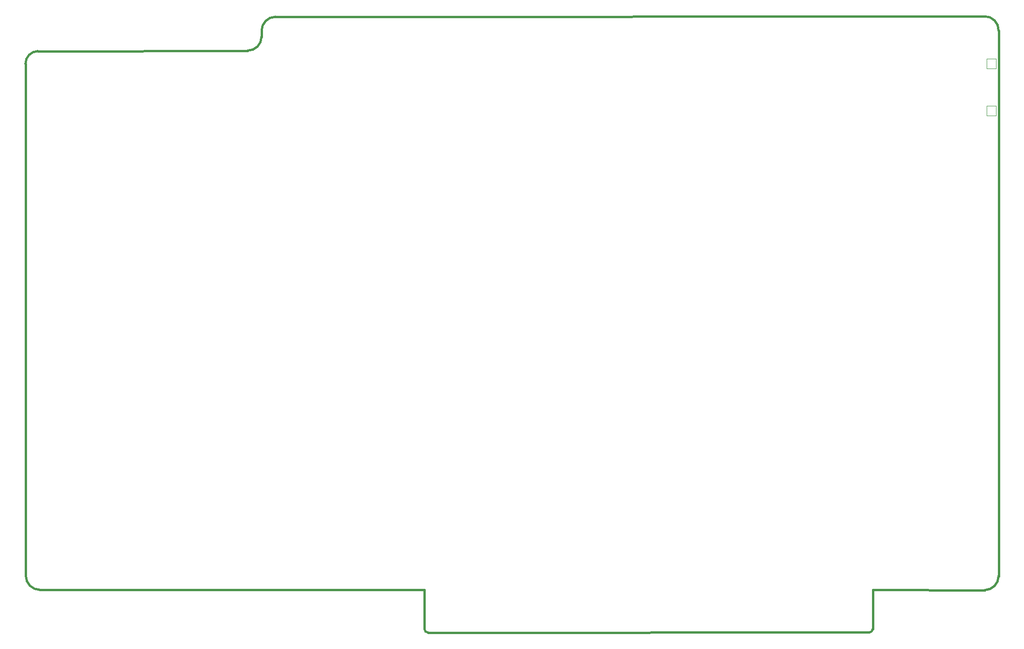
<source format=gbr>
%TF.GenerationSoftware,KiCad,Pcbnew,9.0.2*%
%TF.CreationDate,2026-01-18T17:28:16-06:00*%
%TF.ProjectId,video,76696465-6f2e-46b6-9963-61645f706362,V0.9*%
%TF.SameCoordinates,Original*%
%TF.FileFunction,Profile,NP*%
%FSLAX46Y46*%
G04 Gerber Fmt 4.6, Leading zero omitted, Abs format (unit mm)*
G04 Created by KiCad (PCBNEW 9.0.2) date 2026-01-18 17:28:16*
%MOMM*%
%LPD*%
G01*
G04 APERTURE LIST*
%TA.AperFunction,Profile*%
%ADD10C,0.381000*%
%TD*%
%TA.AperFunction,Profile*%
%ADD11C,0.010000*%
%TD*%
G04 APERTURE END LIST*
D10*
X81812821Y-38310730D02*
G75*
G02*
X79298169Y-40850729I-2532618J-7434D01*
G01*
X41200000Y-40930000D02*
X79303120Y-40850729D01*
X81812821Y-38310730D02*
X81823724Y-37225707D01*
X81823408Y-37225707D02*
G75*
G02*
X84312980Y-34693051I2532973J55D01*
G01*
X84312980Y-34693104D02*
X213073266Y-34612866D01*
X215638666Y-37203666D02*
X215638666Y-136263666D01*
X192778666Y-145864866D02*
G75*
G02*
X192143666Y-146499866I-634966J-34D01*
G01*
X111371666Y-138727466D02*
X111388830Y-145873073D01*
X38939095Y-43235707D02*
G75*
G02*
X41206846Y-40928705I2307285J56D01*
G01*
X106545666Y-138727466D02*
X111371666Y-138727466D01*
X112023830Y-146508073D02*
G75*
G02*
X111388827Y-145873073I70J635073D01*
G01*
X41554400Y-138760200D02*
X106545666Y-138727466D01*
X215638718Y-136263666D02*
G75*
G02*
X213124066Y-138803665I-2532618J-7434D01*
G01*
X41554400Y-138760200D02*
G75*
G02*
X39014400Y-136220200I0J2540000D01*
G01*
X112023830Y-146508073D02*
X192143666Y-146499866D01*
X192804066Y-138790966D02*
X213124066Y-138803666D01*
X213073260Y-34612377D02*
G75*
G02*
X215638666Y-37203666I32840J-2533023D01*
G01*
X39014400Y-136220200D02*
X38939097Y-43238177D01*
X192804066Y-138790966D02*
X192778666Y-145864866D01*
D11*
%TO.C,J24*%
X213450000Y-42330000D02*
X213450000Y-44130000D01*
X213450000Y-44130000D02*
X215150000Y-44130000D01*
X213450000Y-50830000D02*
X213450000Y-52630000D01*
X213450000Y-52630000D02*
X215150000Y-52630000D01*
X215150000Y-42330000D02*
X213450000Y-42330000D01*
X215150000Y-44130000D02*
X215150000Y-42330000D01*
X215150000Y-50830000D02*
X213450000Y-50830000D01*
X215150000Y-52630000D02*
X215150000Y-50830000D01*
%TD*%
M02*

</source>
